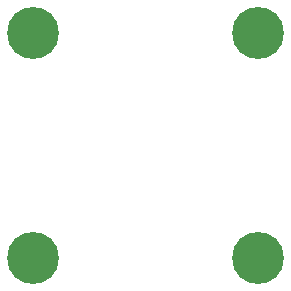
<source format=gbr>
%TF.GenerationSoftware,KiCad,Pcbnew,8.0.4*%
%TF.CreationDate,2024-10-25T17:05:04-04:00*%
%TF.ProjectId,ActiveImpactor_NoseAccelerometer,41637469-7665-4496-9d70-6163746f725f,rev?*%
%TF.SameCoordinates,Original*%
%TF.FileFunction,Soldermask,Bot*%
%TF.FilePolarity,Negative*%
%FSLAX46Y46*%
G04 Gerber Fmt 4.6, Leading zero omitted, Abs format (unit mm)*
G04 Created by KiCad (PCBNEW 8.0.4) date 2024-10-25 17:05:04*
%MOMM*%
%LPD*%
G01*
G04 APERTURE LIST*
%ADD10C,4.400000*%
G04 APERTURE END LIST*
D10*
%TO.C,H104*%
X-9525000Y9525000D03*
%TD*%
%TO.C,H103*%
X-9525000Y-9525000D03*
%TD*%
%TO.C,H102*%
X9525000Y9525000D03*
%TD*%
%TO.C,H101*%
X9525000Y-9525000D03*
%TD*%
M02*

</source>
